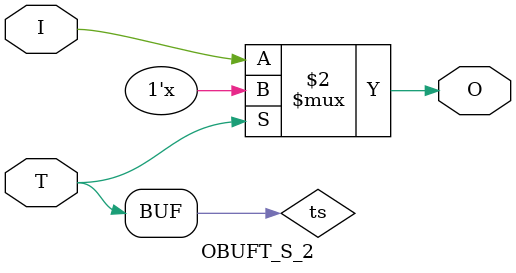
<source format=v>

/*

FUNCTION    : TRI-STATE OUTPUT BUFFER

*/

`celldefine
`timescale  100 ps / 10 ps

module OBUFT_S_2 (O, I, T);

    output O;

    input  I, T;

    or O1 (ts, 1'b0, T);
    bufif0 T1 (O, I, ts);

endmodule

</source>
